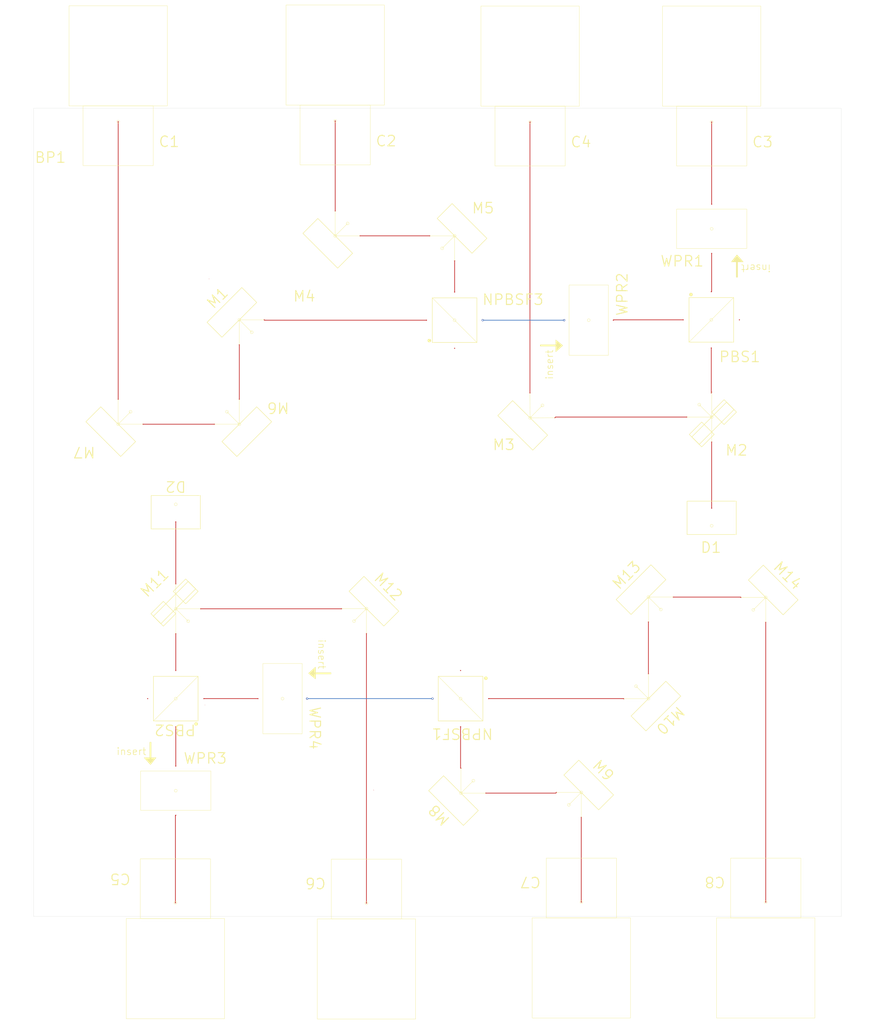
<source format=kicad_pcb>
(kicad_pcb (version 20240108) (generator "pcbnew") (generator_version "8.0")
  (layers (0 "F.Cu" signal) (31 "B.Cu" signal) (34 "B.Paste" user) (35 "F.Paste" user) (36 "B.SilkS" user "B.Silkscreen") (37 "F.SilkS" user "F.Silkscreen") (38 "B.Mask" user) (39 "F.Mask" user) (44 "Edge.Cuts" user))
  (net 0 "")
  (net 1 "Net-(C4-Out)")
  (net 3 "Net-(M1-In)")
  (net 4 "unconnected-(M1-Out-Pad2)")
  (net 5 "unconnected-(M5-Out-Pad2)")
  (net 7 "Net-(PBS1-V)")
  (net 8 "Net-(C1-Out)")
  (net 9 "Net-(C2-Out)")
  (net 10 "Net-(C3-Out)")
  (net 11 "Net-(D1-In)")
  (net 12 "Net-(M2-Out)")
  (net 13 "Net-(M2-In)")
  (net 14 "Net-(M4-In)")
  (net 15 "Net-(PBS1-In)")
  (net 16 "unconnected-(NPBSF3-In2-Pad4)")
  (net 17 "Net-(M6-Out)")
  (net 18 "Net-(C5-Out)")
  (net 19 "Net-(C6-Out)")
  (net 20 "Net-(C7-Out)")
  (net 21 "Net-(C8-Out)")
  (net 22 "Net-(D2-In)")
  (net 23 "Net-(M8-In)")
  (net 24 "unconnected-(M8-Out-Pad2)")
  (net 25 "unconnected-(M10-Out-Pad2)")
  (net 26 "Net-(M10-In)")
  (net 27 "Net-(M11-Out)")
  (net 28 "Net-(M11-In)")
  (net 29 "Net-(M13-Out)")
  (net 30 "unconnected-(NPBSF1-In2-Pad4)")
  (net 32 "Net-(PBS2-In)")
  (net 34 "Net-(PBS2-V)")
  (footprint "Optics:S&KCollimator_V1" (layer "F.Cu") (at 184.6125 273.2 90)
    (property "Reference" "C7" (at 5.7 -14.5 180) (layer "F.SilkS") (effects (font (size 3 3) (thickness 0.3))))
    (property "Value" "689nm 11/2 Out, 60SMS-1-4-A4.5S-02")
    (fp_circle (center 0 0) (end 0.4 0) (stroke (width 0.1)) (fill none) (layer "F.SilkS"))
    (fp_poly (pts (xy -4.5 10) (xy 12.5 10) (xy 12.5 -10) (xy -4.5 -10)) (stroke (width 0.1)) (fill none) (layer "F.SilkS"))
    (fp_poly (pts (xy -33 14) (xy -4.5 13.999999) (xy -4.5 -13.999999) (xy -33 -14)) (stroke (width 0.1)) (fill none) (layer "F.SilkS"))
    (pad "1" smd circle (at 0 0) (size 0.3 0.3) (layers "F.Cu" "F.Paste" "F.Mask") (net 20 "Net-(C7-Out)"))
  )
  (footprint "Optics:Mirror6mm" (layer "F.Cu") (at 184.583568 242 -135)
    (property "Reference" "M9" (at -8.8 0 -45) (layer "F.SilkS") (effects (font (size 3 3) (thickness 0.3))))
    (property "Value" "Mirror 6mm")
    (fp_line (start 0 0) (end 5 5) (stroke (width 0.1)) (layer "F.SilkS"))
    (fp_line (start 0 0) (end 5 0) (stroke (width 0.1)) (layer "F.SilkS"))
    (fp_line (start 0 0) (end 5 -5) (stroke (width 0.1)) (layer "F.SilkS"))
    (fp_circle (center 5 0) (end 5.400001 0) (stroke (width 0.1)) (fill none) (layer "F.SilkS"))
    (fp_circle (center 0 0) (end 0.4 0) (stroke (width 0.1)) (fill none) (layer "F.SilkS"))
    (fp_poly (pts (xy -6 -7) (xy 0 -6.999999) (xy 0 6.999999) (xy -6 7)) (stroke (width 0.15)) (fill none) (layer "F.SilkS"))
    (pad "1" smd circle (at 5 5 315) (size 0.3 0.3) (layers "F.Cu" "F.Paste" "F.Mask") (net 23 "Net-(M8-In)"))
    (pad "2" smd circle (at 5 -5 315) (size 0.3 0.3) (layers "F.Cu" "F.Paste" "F.Mask") (net 20 "Net-(C7-Out)"))
  )
  (footprint "Optics:S&KCollimator_V1" (layer "F.Cu") (at 170.0125 51.2 -90)
    (property "Reference" "C4" (at 5.7 -14.5 0) (layer "F.SilkS") (effects (font (size 3 3) (thickness 0.3))))
    (property "Value" "689nm 11/2 Out, 60SMS-1-4-A4.5S-02")
    (fp_circle (center 0 0) (end 0.4 0) (stroke (width 0.1)) (fill none) (layer "F.SilkS"))
    (fp_poly (pts (xy -33 14) (xy -4.5 13.999999) (xy -4.5 -13.999999) (xy -33 -14)) (stroke (width 0.1)) (fill none) (layer "F.SilkS"))
    (fp_poly (pts (xy -4.5 10) (xy 12.5 10) (xy 12.5 -10) (xy -4.5 -10)) (stroke (width 0.1)) (fill none) (layer "F.SilkS"))
    (pad "1" smd circle (at 0 0 180) (size 0.3 0.3) (layers "F.Cu" "F.Paste" "F.Mask") (net 1 "Net-(C4-Out)"))
  )
  (footprint "Optics:WaveplateRotateable" (layer "F.Cu") (at 221.7125 81.6)
    (property "Reference" "WPR1" (at -8.4 9.199999 0) (layer "F.SilkS") (effects (font (size 3 3) (thickness 0.3))))
    (property "Value" "L/2@689nm - Rotatable")
    (fp_rect (start -10 -5.6) (end 10 5.6) (stroke (width 0.1)) (fill none) (layer "F.SilkS"))
    (fp_circle (center 0 0) (end 0.4 0) (stroke (width 0.1)) (fill none) (layer "F.SilkS"))
    (fp_poly (pts (xy 7.4 13.8) (xy 7.4 9.4) (xy 9 9.4) (xy 7.2 7.4) (xy 5.6 9.4) (xy 7 9.4) (xy 7 13.8)) (stroke (width 0.1)) (fill solid) (layer "F.SilkS"))
    (fp_text user "insert" (at 17 10 180) (layer "F.SilkS") (effects (font (size 2 2) (thickness 0.2)) (justify left bottom)))
    (pad "1" smd circle (at 0 -7) (size 0.3 0.3) (layers "F.Cu" "F.Paste" "F.Mask") (net 10 "Net-(C3-Out)"))
    (pad "2" smd circle (at 0 7) (size 0.3 0.3) (layers "F.Cu" "F.Paste" "F.Mask") (net 15 "Net-(PBS1-In)"))
  )
  (footprint "Optics:Detector" (layer "F.Cu") (at 69.1125 160 180)
    (property "Reference" "D2" (at 0 5.05 180) (layer "F.SilkS") (effects (font (size 3 3) (thickness 0.3))))
    (property "Value" "Monitor")
    (fp_circle (center 0 0) (end -0.4 0) (stroke (width 0.1)) (fill none) (layer "F.SilkS"))
    (fp_poly (pts (xy 7 2.499999) (xy -7 2.499999) (xy -7 -7) (xy 7 -7)) (stroke (width 0.15)) (fill none) (layer "F.SilkS"))
    (pad "1" smd circle (at 0 -5) (size 0.3 0.3) (layers "F.Cu" "F.Paste" "F.Mask") (net 22 "Net-(D2-In)"))
  )
  (footprint "Optics:S&KCollimator_V1" (layer "F.Cu") (at 123.4125 273.5 90)
    (property "Reference" "C6" (at 5.7 -14.5 180) (layer "F.SilkS") (effects (font (size 3 3) (thickness 0.3))))
    (property "Value" "689nm 11/2 Out, 60SMS-1-4-A4.5S-02")
    (fp_circle (center 0 0) (end 0.4 0) (stroke (width 0.1)) (fill none) (layer "F.SilkS"))
    (fp_poly (pts (xy -4.5 10) (xy 12.5 10) (xy 12.5 -10) (xy -4.5 -10)) (stroke (width 0.1)) (fill none) (layer "F.SilkS"))
    (fp_poly (pts (xy -33 14) (xy -4.5 13.999999) (xy -4.5 -13.999999) (xy -33 -14)) (stroke (width 0.1)) (fill none) (layer "F.SilkS"))
    (pad "1" smd circle (at 0 0) (size 0.3 0.3) (layers "F.Cu" "F.Paste" "F.Mask") (net 19 "Net-(C6-Out)"))
  )
  (footprint "Optics:Mirror6mm" (layer "F.Cu") (at 170.0125 135.4 45.376)
    (property "Reference" "M3" (at -10.713133 0.035763 0.376) (layer "F.SilkS") (effects (font (size 3 3) (thickness 0.3))))
    (property "Value" "Mirror 6mm")
    (fp_line (start 0 0) (end 5 -5) (stroke (width 0.1)) (layer "F.SilkS"))
    (fp_line (start 0 0) (end 5 0) (stroke (width 0.1)) (layer "F.SilkS"))
    (fp_line (start 0 0) (end 5 5) (stroke (width 0.1)) (layer "F.SilkS"))
    (fp_circle (center 0 0) (end 0.4 -0.000001) (stroke (width 0.1)) (fill none) (layer "F.SilkS"))
    (fp_circle (center 5 0) (end 5.4 0) (stroke (width 0.1)) (fill none) (layer "F.SilkS"))
    (fp_poly (pts (xy -6 -7.000001) (xy 0 -7) (xy 0 7) (xy -6 7)) (stroke (width 0.15)) (fill none) (layer "F.SilkS"))
    (pad "1" smd circle (at 5 5 135.376) (size 0.3 0.3) (layers "F.Cu" "F.Paste" "F.Mask") (net 12 "Net-(M2-Out)"))
    (pad "2" smd circle (at 5 -5 135.376) (size 0.3 0.3) (layers "F.Cu" "F.Paste" "F.Mask") (net 1 "Net-(C4-Out)"))
  )
  (footprint "Optics:Detector" (layer "F.Cu") (at 221.7125 166.1)
    (property "Reference" "D1" (at -0.2 6.2 0) (layer "F.SilkS") (effects (font (size 3 3) (thickness 0.3))))
    (property "Value" "Monitor")
    (fp_rect (start 7 2.5) (end -7 -7) (stroke (width 0.15)) (fill none) (layer "F.SilkS"))
    (fp_circle (center 0 0) (end -0.4 0) (stroke (width 0.1)) (fill none) (layer "F.SilkS"))
    (pad "1" smd circle (at 0 -5 180) (size 0.3 0.3) (layers "F.Cu" "F.Paste" "F.Mask") (net 11 "Net-(D1-In)"))
  )
  (footprint "Optics:Mirror6mm" (layer "F.Cu") (at 52.7125 137.2 45)
    (property "Reference" "M7" (at -12.480435 -1.202082 180) (layer "F.SilkS") (effects (font (size 3 3) (thickness 0.3))))
    (property "Value" "Mirror 6mm")
    (fp_line (start 0 0) (end 5 -5) (stroke (width 0.1)) (layer "F.SilkS"))
    (fp_line (start 0 0) (end 5 0) (stroke (width 0.1)) (layer "F.SilkS"))
    (fp_line (start 0 0) (end 5 5) (stroke (width 0.1)) (layer "F.SilkS"))
    (fp_circle (center 0 0) (end 0.4 0) (stroke (width 0.1)) (fill none) (layer "F.SilkS"))
    (fp_circle (center 5 0) (end 5.400001 0) (stroke (width 0.1)) (fill none) (layer "F.SilkS"))
    (fp_poly (pts (xy -6 -7) (xy 0 -6.999999) (xy 0 6.999999) (xy -6 7)) (stroke (width 0.15)) (fill none) (layer "F.SilkS"))
    (pad "1" smd circle (at 5 5 135) (size 0.3 0.3) (layers "F.Cu" "F.Paste" "F.Mask") (net 17 "Net-(M6-Out)"))
    (pad "2" smd circle (at 5 -5 135) (size 0.3 0.3) (layers "F.Cu" "F.Paste" "F.Mask") (net 8 "Net-(C1-Out)"))
  )
  (footprint "Optics:Baseplate230mm" (layer "F.Cu") (at 28.6125 47.3)
    (property "Reference" "BP1" (at 4.8 14 0) (layer "F.SilkS") (effects (font (size 3 3) (thickness 0.3))))
    (property "Value" "230mm")
    (fp_rect (start 0 0) (end 230 230) (stroke (width 0.05)) (fill none) (layer "Edge.Cuts"))
  )
  (footprint "Optics:Mirror6mm" (layer "F.Cu") (at 203.7125 186.4 -45)
    (property "Reference" "M13" (at -8.8 0 45) (layer "F.SilkS") (effects (font (size 3 3) (thickness 0.3))))
    (property "Value" "Mirror 6mm")
    (fp_line (start 0 0) (end 5 5) (stroke (width 0.1)) (layer "F.SilkS"))
    (fp_line (start 0 0) (end 5 0) (stroke (width 0.1)) (layer "F.SilkS"))
    (fp_line (start 0 0) (end 5 -5) (stroke (width 0.1)) (layer "F.SilkS"))
    (fp_circle (center 0 0) (end 0.4 0) (stroke (width 0.1)) (fill none) (layer "F.SilkS"))
    (fp_circle (center 5 0) (end 5.400001 0) (stroke (width 0.1)) (fill none) (layer "F.SilkS"))
    (fp_poly (pts (xy -6 -7) (xy 0 -6.999999) (xy 0 6.999999) (xy -6 7)) (stroke (width 0.15)) (fill none) (layer "F.SilkS"))
    (pad "1" smd circle (at 5 5 45) (size 0.3 0.3) (layers "F.Cu" "F.Paste" "F.Mask") (net 26 "Net-(M10-In)"))
    (pad "2" smd circle (at 5 -5 45) (size 0.3 0.3) (layers "F.Cu" "F.Paste" "F.Mask") (net 29 "Net-(M13-Out)"))
  )
  (footprint "Optics:PBS" (layer "F.Cu") (at 221.6125 107.5 -90)
    (property "Reference" "PBS1" (at 10.525 -8.1 0) (layer "F.SilkS") (effects (font (size 3 3) (thickness 0.3))))
    (property "Value" "PBSCasix689nm")
    (fp_line (start -6.35 -6.35) (end 6.35 6.35) (stroke (width 0.1)) (layer "F.SilkS"))
    (fp_rect (start -6.35 -6.35) (end 6.35 6.35) (stroke (width 0.15)) (fill none) (layer "F.SilkS"))
    (fp_circle (center -7.2 5.8) (end -6.8 6) (stroke (width 0.1)) (fill solid) (layer "F.SilkS"))
    (fp_circle (center 0 0) (end 0.4 0) (stroke (width 0.1)) (fill none) (layer "F.SilkS"))
    (pad "1" smd circle (at -8 0 270) (size 0.3 0.3) (layers "F.Cu" "F.Paste" "F.Mask") (net 15 "Net-(PBS1-In)"))
    (pad "2" smd circle (at 8 0 270) (size 0.3 0.3) (layers "F.Cu" "F.Paste" "F.Mask") (net 13 "Net-(M2-In)"))
    (pad "3" smd circle (at 0 8 270) (size 0.3 0.3) (layers "F.Cu" "F.Paste" "F.Mask") (net 7 "Net-(PBS1-V)"))
    (pad "4" smd circle (at 0 -8 270) (size 0.3 0.3) (layers "F.Cu" "F.Paste" "F.Mask"))
  )
  (footprint "Optics:S&KCollimator_V1" (layer "F.Cu") (at 52.7125 51.1 -90)
    (property "Reference" "C1" (at 5.7 -14.5 0) (layer "F.SilkS") (effects (font (size 3 3) (thickness 0.3))))
    (property "Value" "689nm 9/2 Out, 60SMS-1-4-A4.5S-02")
    (fp_rect (start -33 14) (end -4.5 -14) (stroke (width 0.1)) (fill none) (layer "F.SilkS"))
    (fp_rect (start -4.5 10) (end 12.5 -10) (stroke (width 0.1)) (fill none) (layer "F.SilkS"))
    (fp_circle (center 0 0) (end 0.4 0) (stroke (width 0.1)) (fill none) (layer "F.SilkS"))
    (pad "1" smd circle (at 0 0 180) (size 0.3 0.3) (layers "F.Cu" "F.Paste" "F.Mask") (net 8 "Net-(C1-Out)"))
  )
  (footprint "Optics:Mirror6mm" (layer "F.Cu") (at 148.5125 83.6 -135)
    (property "Reference" "M5" (at -11.313708 -0.141421 0) (layer "F.SilkS") (effects (font (size 3 3) (thickness 0.3))))
    (property "Value" "Mirror 6mm")
    (fp_line (start 0 0) (end 5 5) (stroke (width 0.1)) (layer "F.SilkS"))
    (fp_line (start 0 0) (end 5 0) (stroke (width 0.1)) (layer "F.SilkS"))
    (fp_line (start 0 0) (end 5 -5) (stroke (width 0.1)) (layer "F.SilkS"))
    (fp_circle (center 5 0) (end 5.400001 0) (stroke (width 0.1)) (fill none) (layer "F.SilkS"))
    (fp_circle (center 0 0) (end 0.4 0) (stroke (width 0.1)) (fill none) (layer "F.SilkS"))
    (fp_poly (pts (xy -6 -7) (xy 0 -6.999999) (xy 0 6.999999) (xy -6 7)) (stroke (width 0.15)) (fill none) (layer "F.SilkS"))
    (pad "1" smd circle (at 5 5 315) (size 0.3 0.3) (layers "F.Cu" "F.Paste" "F.Mask") (net 14 "Net-(M4-In)"))
    (pad "2" smd circle (at 5 -5 315) (size 0.3 0.3) (layers "F.Cu" "F.Paste" "F.Mask") (net 5 "unconnected-(M5-Out-Pad2)"))
  )
  (footprint "Optics:S&KCollimator_V1" (layer "F.Cu") (at 69.0125 273.4 90)
    (property "Reference" "C5" (at 6.8 -15.7 180) (layer "F.SilkS") (effects (font (size 3 3) (thickness 0.3))))
    (property "Value" "689nm Source, 60SMS-1-4-M5-10")
    (fp_circle (center 0 0) (end 0.4 0) (stroke (width 0.1)) (fill none) (layer "F.SilkS"))
    (fp_poly (pts (xy -4.5 10) (xy 12.5 10) (xy 12.5 -10) (xy -4.5 -10)) (stroke (width 0.1)) (fill none) (layer "F.SilkS"))
    (fp_poly (pts (xy -33 14) (xy -4.5 13.999999) (xy -4.5 -13.999999) (xy -33 -14)) (stroke (width 0.1)) (fill none) (layer "F.SilkS"))
    (pad "1" smd circle (at 0 0) (size 0.3 0.3) (layers "F.Cu" "F.Paste" "F.Mask") (net 18 "Net-(C5-Out)"))
  )
  (footprint "Optics:PBS_Flipped" (layer "F.Cu") (at 148.5125 107.6 -90)
    (property "Reference" "NPBSF3" (at -5.85 -16.625 0) (layer "F.SilkS") (effects (font (size 3 3) (thickness 0.3))))
    (property "Value" "NPBS-70:30-Flipped")
    (fp_line (start -6.35 6.35) (end 6.35 -6.35) (stroke (width 0.1)) (layer "F.SilkS"))
    (fp_rect (start -6.35 6.35) (end 6.35 -6.35) (stroke (width 0.15)) (fill none) (layer "F.SilkS"))
    (fp_circle (center 5.8 7.2) (end 6 6.8) (stroke (width 0.1)) (fill solid) (layer "F.SilkS"))
    (fp_circle (center 0 0) (end 0 -0.4) (stroke (width 0.1)) (fill none) (layer "F.SilkS"))
    (pad "1" smd circle (at 8 0 90) (size 0.3 0.3) (layers "F.Cu" "F.Paste" "F.Mask"))
    (pad "2" smd circle (at -8 0 90) (size 0.3 0.3) (layers "F.Cu" "F.Paste" "F.Mask") (net 5 "unconnected-(M5-Out-Pad2)"))
    (pad "3" smd circle (at 0 8 270) (size 0.3 0.3) (layers "F.Cu" "F.Paste" "F.Mask") (net 4 "unconnected-(M1-Out-Pad2)"))
    (pad "4" smd circle (at 0 -8 270) (size 0.3 0.3) (layers "F.Cu" "F.Paste" "F.Mask") (net 16 "unconnected-(NPBSF3-In2-Pad4)"))
  )
  (footprint "Optics:Mirror6mm" (layer "F.Cu") (at 203.7125 215.3 135)
    (property "Reference" "M10" (at -8.8 0 -135) (layer "F.SilkS") (effects (font (size 3 3) (thickness 0.3))))
    (property "Value" "Mirror 6mm")
    (fp_line (start 0 0) (end 5 -5) (stroke (width 0.1)) (layer "F.SilkS"))
    (fp_line (start 0 0) (end 5 0) (stroke (width 0.1)) (layer "F.SilkS"))
    (fp_line (start 0 0) (end 5 5) (stroke (width 0.1)) (layer "F.SilkS"))
    (fp_circle (center 5 0) (end 5.400001 0) (stroke (width 0.1)) (fill none) (layer "F.SilkS"))
    (fp_circle (center 0 0) (end 0.4 0) (stroke (width 0.1)) (fill none) (layer "F.SilkS"))
    (fp_poly (pts (xy -6 -7) (xy 0 -6.999999) (xy 0 6.999999) (xy -6 7)) (stroke (width 0.15)) (fill none) (layer "F.SilkS"))
    (pad "1" smd circle (at 5 5 225) (size 0.3 0.3) (layers "F.Cu" "F.Paste" "F.Mask") (net 26 "Net-(M10-In)"))
    (pad "2" smd circle (at 5 -5 225) (size 0.3 0.3) (layers "F.Cu" "F.Paste" "F.Mask") (net 25 "unconnected-(M10-Out-Pad2)"))
  )
  (footprint "Optics:S&KCollimator_V1" (layer "F.Cu") (at 237.1125 273.2 90)
    (property "Reference" "C8" (at 5.7 -14.5 180) (layer "F.SilkS") (effects (font (size 3 3) (thickness 0.3))))
    (property "Value" "689nm 9/2 Out, 60SMS-1-4-A4.5S-02")
    (fp_circle (center 0 0) (end 0.4 0) (stroke (width 0.1)) (fill none) (layer "F.SilkS"))
    (fp_poly (pts (xy -4.5 10) (xy 12.5 10) (xy 12.5 -10) (xy -4.5 -10)) (stroke (width 0.1)) (fill none) (layer "F.SilkS"))
    (fp_poly (pts (xy -33 14) (xy -4.5 13.999999) (xy -4.5 -13.999999) (xy -33 -14)) (stroke (width 0.1)) (fill none) (layer "F.SilkS"))
    (pad "1" smd circle (at 0 0) (size 0.3 0.3) (layers "F.Cu" "F.Paste" "F.Mask") (net 21 "Net-(C8-Out)"))
  )
  (footprint "Optics:Mirror6mm" (layer "F.Cu") (at 123.4125 189.7 -135)
    (property "Reference" "M12" (at -8.8 0 -45) (layer "F.SilkS") (effects (font (size 3 3) (thickness 0.3))))
    (property "Value" "Mirror 6mm")
    (fp_line (start 0 0) (end 5 5) (stroke (width 0.1)) (layer "F.SilkS"))
    (fp_line (start 0 0) (end 5 0) (stroke (width 0.1)) (layer "F.SilkS"))
    (fp_line (start 0 0) (end 5 -5) (stroke (width 0.1)) (layer "F.SilkS"))
    (fp_circle (center 5 0) (end 5.400001 0) (stroke (width 0.1)) (fill none) (layer "F.SilkS"))
    (fp_circle (center 0 0) (end 0.4 0) (stroke (width 0.1)) (fill none) (layer "F.SilkS"))
    (fp_poly (pts (xy -6 -7) (xy 0 -6.999999) (xy 0 6.999999) (xy -6 7)) (stroke (width 0.15)) (fill none) (layer "F.SilkS"))
    (pad "1" smd circle (at 5 5 315) (size 0.3 0.3) (layers "F.Cu" "F.Paste" "F.Mask") (net 27 "Net-(M11-Out)"))
    (pad "2" smd circle (at 5 -5 315) (size 0.3 0.3) (layers "F.Cu" "F.Paste" "F.Mask") (net 19 "Net-(C6-Out)"))
  )
  (footprint "Optics:PBS" (layer "F.Cu") (at 69.1125 215.3 90)
    (property "Reference" "PBS2" (at -8.9 -0.2 180) (layer "F.SilkS") (effects (font (size 3 3) (thickness 0.3))))
    (property "Value" "PBSCasix689nm")
    (fp_line (start -6.35 -6.35) (end 6.35 6.35) (stroke (width 0.1)) (layer "F.SilkS"))
    (fp_circle (center 0 0) (end 0.4 0) (stroke (width 0.1)) (fill none) (layer "F.SilkS"))
    (fp_circle (center -7.2 5.8) (end -6.8 6) (stroke (width 0.1)) (fill solid) (layer "F.SilkS"))
    (fp_poly (pts (xy -6.35 -6.35) (xy 6.35 -6.35) (xy 6.35 6.35) (xy -6.35 6.35)) (stroke (width 0.15)) (fill none) (layer "F.SilkS"))
    (pad "1" smd circle (at -8 0 90) (size 0.3 0.3) (layers "F.Cu" "F.Paste" "F.Mask") (net 32 "Net-(PBS2-In)"))
    (pad "2" smd circle (at 8 0 90) (size 0.3 0.3) (layers "F.Cu" "F.Paste" "F.Mask") (net 28 "Net-(M11-In)"))
    (pad "3" smd circle (at 0 8 90) (size 0.3 0.3) (layers "F.Cu" "F.Paste" "F.Mask") (net 34 "Net-(PBS2-V)"))
    (pad "4" smd circle (at 0 -8 90) (size 0.3 0.3) (layers "F.Cu" "F.Paste" "F.Mask"))
  )
  (footprint "Optics:S&KCollimator_V1" (layer "F.Cu") (at 221.7125 51.2 -90)
    (property "Reference" "C3" (at 5.7 -14.5 0) (layer "F.SilkS") (effects (font (size 3 3) (thickness 0.3))))
    (property "Value" "689nm Source, 60SMS-1-4-M5-10")
    (fp_rect (start -33 14) (end -4.5 -14) (stroke (width 0.1)) (fill none) (layer "F.SilkS"))
    (fp_rect (start -4.5 10) (end 12.5 -10) (stroke (width 0.1)) (fill none) (layer "F.SilkS"))
    (fp_circle (center 0 0) (end 0.4 0) (stroke (width 0.1)) (fill none) (layer "F.SilkS"))
    (pad "1" smd circle (at 0 0 180) (size 0.3 0.3) (layers "F.Cu" "F.Paste" "F.Mask") (net 10 "Net-(C3-Out)"))
  )
  (footprint "Optics:WaveplateRotateable" (layer "F.Cu") (at 69.1125 241.5 180)
    (property "Reference" "WPR3" (at -8.4 9.199999 0) (layer "F.SilkS") (effects (font (size 3 3) (thickness 0.3))))
    (property "Value" "L/2@689nm - Rotatable")
    (fp_circle (center 0 0) (end 0.4 0) (stroke (width 0.1)) (fill none) (layer "F.SilkS"))
    (fp_poly (pts (xy -10 -5.6) (xy 10 -5.6) (xy 10 5.6) (xy -10 5.6)) (stroke (width 0.1)) (fill none) (layer "F.SilkS"))
    (fp_poly (pts (xy 7.4 13.8) (xy 7.4 9.4) (xy 9 9.4) (xy 7.2 7.4) (xy 5.6 9.4) (xy 7 9.4) (xy 7 13.8)) (stroke (width 0.1)) (fill solid) (layer "F.SilkS"))
    (fp_text user "insert" (at 17 10 0) (layer "F.SilkS") (effects (font (size 2 2) (thickness 0.2)) (justify left bottom)))
    (pad "1" smd circle (at 0 -6.999999 180) (size 0.3 0.3) (layers "F.Cu" "F.Paste" "F.Mask") (net 18 "Net-(C5-Out)"))
    (pad "2" smd circle (at 0 6.999999 180) (size 0.3 0.3) (layers "F.Cu" "F.Paste" "F.Mask") (net 32 "Net-(PBS2-In)"))
  )
  (footprint "Optics:PBS_Flipped" (layer "F.Cu") (at 150.2125 215.3 90)
    (property "Reference" "NPBSF1" (at -10 0.5 180) (layer "F.SilkS") (effects (font (size 3 3) (thickness 0.3))))
    (property "Value" "NPBS-70:30-Flipped")
    (fp_line (start -6.35 6.35) (end 6.35 -6.35) (stroke (width 0.1)) (layer "F.SilkS"))
    (fp_circle (center 0 0) (end 0 -0.4) (stroke (width 0.1)) (fill none) (layer "F.SilkS"))
    (fp_circle (center 5.8 7.2) (end 6 6.8) (stroke (width 0.1)) (fill solid) (layer "F.SilkS"))
    (fp_poly (pts (xy -6.35 6.35) (xy 6.35 6.35) (xy 6.35 -6.35) (xy -6.35 -6.35)) (stroke (width 0.15)) (fill none) (layer "F.SilkS"))
    (pad "1" smd circle (at 8 0 270) (size 0.3 0.3) (layers "F.Cu" "F.Paste" "F.Mask"))
    (pad "2" smd circle (at -8 0 270) (size 0.3 0.3) (layers "F.Cu" "F.Paste" "F.Mask") (net 24 "unconnected-(M8-Out-Pad2)"))
    (pad "3" smd circle (at 0 8 90) (size 0.3 0.3) (layers "F.Cu" "F.Paste" "F.Mask") (net 25 "unconnected-(M10-Out-Pad2)"))
    (pad "4" smd circle (at 0 -8 90) (size 0.3 0.3) (layers "F.Cu" "F.Paste" "F.Mask") (net 30 "unconnected-(NPBSF1-In2-Pad4)"))
  )
  (footprint "Optics:Mirror6mm" (layer "F.Cu") (at 114.5125 83.6 45)
    (property "Reference" "M4" (at -18.384776 5.939697 0) (layer "F.SilkS") (effects (font (size 3 3) (thickness 0.3))))
    (property "Value" "Mirror 6mm")
    (fp_line (start 0 0) (end 5 -5) (stroke (width 0.1)) (layer "F.SilkS"))
    (fp_line (start 0 0) (end 5 0) (stroke (width 0.1)) (layer "F.SilkS"))
    (fp_line (start 0 0) (end 5 5) (stroke (width 0.1)) (layer "F.SilkS"))
    (fp_circle (center 0 0) (end 0.4 0) (stroke (width 0.1)) (fill none) (layer "F.SilkS"))
    (fp_circle (center 5 0) (end 5.400001 0) (stroke (width 0.1)) (fill none) (layer "F.SilkS"))
    (fp_poly (pts (xy -6 -7) (xy 0 -6.999999) (xy 0 6.999999) (xy -6 7)) (stroke (width 0.15)) (fill none) (layer "F.SilkS"))
    (pad "1" smd circle (at 5 5 135) (size 0.3 0.3) (layers "F.Cu" "F.Paste" "F.Mask") (net 14 "Net-(M4-In)"))
    (pad "2" smd circle (at 5 -5 135) (size 0.3 0.3) (layers "F.Cu" "F.Paste" "F.Mask") (net 9 "Net-(C2-Out)"))
  )
  (footprint "Optics:WaveplateRotateable" (layer "F.Cu") (at 186.7125 107.6 -90)
    (property "Reference" "WPR2" (at -7.4 -9.525 90) (layer "F.SilkS") (effects (font (size 3 3) (thickness 0.3))))
    (property "Value" "L/2@689nm - Rotatable")
    (fp_circle (center 0 0) (end 0.4 0) (stroke (width 0.1)) (fill none) (layer "F.SilkS"))
    (fp_poly (pts (xy -10 -5.6) (xy -10 5.6) (xy 10 5.6) (xy 10 -5.6)) (stroke (width 0.1)) (fill none) (layer "F.SilkS"))
    (fp_poly (pts (xy 7.4 13.8) (xy 7.4 9.4) (xy 9 9.4) (xy 7.2 7.4) (xy 5.6 9.4) (xy 7 9.4) (xy 7 13.8)) (stroke (width 0.1)) (fill solid) (layer "F.SilkS"))
    (fp_text user "insert" (at 17 10 90) (layer "F.SilkS") (effects (font (size 2 2) (thickness 0.2)) (justify left bottom)))
    (pad "1" smd circle (at 0 -6.999999 270) (size 0.3 0.3) (layers "F.Cu" "F.Paste" "F.Mask") (net 7 "Net-(PBS1-V)"))
    (pad "2" smd circle (at 0 6.999999 270) (size 0.3 0.3) (layers "F.Cu" "F.Paste" "F.Mask") (net 16 "unconnected-(NPBSF3-In2-Pad4)"))
  )
  (footprint "Optics:Mirror3mmRight" (layer "F.Cu") (at 221.7125 135.171068 135)
    (property "Reference" "M2" (at -11.68494 -1.679379 0) (layer "F.SilkS") (effects (font (size 3 3) (thickness 0.3))))
    (property "Value" "Mirror 3mm Polished")
    (fp_line (start 0 0) (end 5 -5) (stroke (width 0.1)) (layer "F.SilkS"))
    (fp_line (start 0 0) (end 5 0) (stroke (width 0.1)) (layer "F.SilkS"))
    (fp_line (start 0 0) (end 5 5) (stroke (width 0.1)) (layer "F.SilkS"))
    (fp_line (start 0 0) (end -5 -5) (stroke (width 0.1)) (layer "F.SilkS"))
    (fp_circle (center 5 0) (end 5.400001 0) (stroke (width 0.1)) (fill none) (layer "F.SilkS"))
    (fp_circle (center 0 0) (end 0.4 0) (stroke (width 0.1)) (fill none) (layer "F.SilkS"))
    (fp_poly (pts (xy -3 -8) (xy 0 -8) (xy 0 6) (xy -3 6)) (stroke (width 0.15)) (fill none) (layer "F.SilkS"))
    (fp_poly (pts (xy -4 -8) (xy 1 -8) (xy 1 -3) (xy -4 -3)) (stroke (width 0.15)) (fill none) (layer "F.SilkS"))
    (fp_poly (pts (xy -4 1) (xy 1 1) (xy 1 6) (xy -4 6)) (stroke (width 0.15)) (fill none) (layer "F.SilkS"))
    (pad "1" smd circle (at 5 5 225) (size 0.3 0.3) (layers "F.Cu" "F.Paste" "F.Mask") (net 13 "Net-(M2-In)"))
    (pad "2" smd circle (at 5 -5 225) (size 0.3 0.3) (layers "F.Cu" "F.Paste" "F.Mask") (net 12 "Net-(M2-Out)"))
    (pad "3" smd circle (at -5 -5 225) (size 0.3 0.3) (layers "F.Cu" "F.Paste" "F.Mask") (net 11 "Net-(D1-In)"))
  )
  (footprint "Optics:Mirror3mmRight" (layer "F.Cu") (at 69.1125 189.728932 -45)
    (property "Reference" "M11" (at -9.426346 -0.92929 45) (layer "F.SilkS") (effects (font (size 3 3) (thickness 0.3))))
    (property "Value" "Mirror 3mm Polished")
    (fp_line (start 0 0) (end -5 -5) (stroke (width 0.1)) (layer "F.SilkS"))
    (fp_line (start 0 0) (end 5 5) (stroke (width 0.1)) (layer "F.SilkS"))
    (fp_line (start 0 0) (end 5 0) (stroke (width 0.1)) (layer "F.SilkS"))
    (fp_line (start 0 0) (end 5 -5) (stroke (width 0.1)) (layer "F.SilkS"))
    (fp_circle (center 0 0) (end 0.4 0) (stroke (width 0.1)) (fill none) (layer "F.SilkS"))
    (fp_circle (center 5 0) (end 5.400001 0) (stroke (width 0.1)) (fill none) (layer "F.SilkS"))
    (fp_poly (pts (xy -4 1) (xy 1 1) (xy 1 6) (xy -4 6)) (stroke (width 0.15)) (fill none) (layer "F.SilkS"))
    (fp_poly (pts (xy -4 -8) (xy 1 -8) (xy 1 -3) (xy -4 -3)) (stroke (width 0.15)) (fill none) (layer "F.SilkS"))
    (fp_poly (pts (xy -3 -8) (xy 0 -8) (xy 0 6) (xy -3 6)) (stroke (width 0.15)) (fill none) (layer "F.SilkS"))
    (pad "1" smd circle (at 5 5 45) (size 0.3 0.3) (layers "F.Cu" "F.Paste" "F.Mask") (net 28 "Net-(M11-In)"))
    (pad "2" smd circle (at 5 -5 45) (size 0.3 0.3) (layers "F.Cu" "F.Paste" "F.Mask") (net 27 "Net-(M11-Out)"))
    (pad "3" smd circle (at -5 -5 45) (size 0.3 0.3) (layers "F.Cu" "F.Paste" "F.Mask") (net 22 "Net-(D2-In)"))
  )
  (footprint "Optics:WaveplateRotateable" (layer "F.Cu") (at 99.5125 215.3 90)
    (property "Reference" "WPR4" (at -8.4 9.199999 -90) (layer "F.SilkS") (effects (font (size 3 3) (thickness 0.3))))
    (property "Value" "L/2@689nm - Rotatable")
    (fp_circle (center 0 0) (end 0.4 0) (stroke (width 0.1)) (fill none) (layer "F.SilkS"))
    (fp_poly (pts (xy -10 -5.6) (xy 10 -5.6) (xy 10 5.6) (xy -10 5.6)) (stroke (width 0.1)) (fill none) (layer "F.SilkS"))
    (fp_poly (pts (xy 7.4 13.8) (xy 7.4 9.4) (xy 9 9.4) (xy 7.2 7.4) (xy 5.6 9.4) (xy 7 9.4) (xy 7 13.8)) (stroke (width 0.1)) (fill solid) (layer "F.SilkS"))
    (fp_text user "insert" (at 17 10 -90) (layer "F.SilkS") (effects (font (size 2 2) (thickness 0.2)) (justify left bottom)))
    (pad "1" smd circle (at 0 -6.999999 90) (size 0.3 0.3) (layers "F.Cu" "F.Paste" "F.Mask") (net 34 "Net-(PBS2-V)"))
    (pad "2" smd circle (at 0 6.999999 90) (size 0.3 0.3) (layers "F.Cu" "F.Paste" "F.Mask") (net 30 "unconnected-(NPBSF1-In2-Pad4)"))
  )
  (footprint "Optics:Mirror6mm" (layer "F.Cu") (at 87.2125 137.2 135)
    (property "Reference" "M6" (at -4.507806 11.119254 180) (layer "F.SilkS") (effects (font (size 3 3) (thickness 0.3))))
    (property "Value" "Mirror 6mm")
    (fp_line (start 0 0) (end 5 -5) (stroke (width 0.1)) (layer "F.SilkS"))
    (fp_line (start 0 0) (end 5 0) (stroke (width 0.1)) (layer "F.SilkS"))
    (fp_line (start 0 0) (end 5 5) (stroke (width 0.1)) (layer "F.SilkS"))
    (fp_circle (center 5 0) (end 5.400001 0) (stroke (width 0.1)) (fill none) (layer "F.SilkS"))
    (fp_circle (center 0 0) (end 0.4 0) (stroke (width 0.1)) (fill none) (layer "F.SilkS"))
    (fp_poly (pts (xy -6 -7) (xy 0 -6.999999) (xy 0 6.999999) (xy -6 7)) (stroke (width 0.15)) (fill none) (layer "F.SilkS"))
    (pad "1" smd circle (at 5 5 225) (size 0.3 0.3) (layers "F.Cu" "F.Paste" "F.Mask") (net 3 "Net-(M1-In)"))
    (pad "2" smd circle (at 5 -5 225) (size 0.3 0.3) (layers "F.Cu" "F.Paste" "F.Mask") (net 17 "Net-(M6-Out)"))
  )
  (footprint "Optics:Mirror6mm" (layer "F.Cu") (at 87.2125 107.5 -45)
    (property "Reference" "M1" (at -8.8 0 45) (layer "F.SilkS") (effects (font (size 3 3) (thickness 0.3))))
    (property "Value" "Mirror 6mm")
    (fp_line (start 0 0) (end 5 5) (stroke (width 0.1)) (layer "F.SilkS"))
    (fp_line (start 0 0) (end 5 0) (stroke (width 0.1)) (layer "F.SilkS"))
    (fp_line (start 0 0) (end 5 -5) (stroke (width 0.1)) (layer "F.SilkS"))
    (fp_circle (center 0 0) (end 0.4 0) (stroke (width 0.1)) (fill none) (layer "F.SilkS"))
    (fp_circle (center 5 0) (end 5.400001 0) (stroke (width 0.1)) (fill none) (layer "F.SilkS"))
    (fp_poly (pts (xy -6 -7) (xy 0 -6.999999) (xy 0 6.999999) (xy -6 7)) (stroke (width 0.15)) (fill none) (layer "F.SilkS"))
    (pad "1" smd circle (at 5 5 45) (size 0.3 0.3) (layers "F.Cu" "F.Paste" "F.Mask") (net 3 "Net-(M1-In)"))
    (pad "2" smd circle (at 5 -5 45) (size 0.3 0.3) (layers "F.Cu" "F.Paste" "F.Mask") (net 4 "unconnected-(M1-Out-Pad2)"))
  )
  (footprint "Optics:Mirror6mm" (layer "F.Cu") (at 237.1125 186.5 -135)
    (property "Reference" "M14" (at -8.8 0 -45) (layer "F.SilkS") (effects (font (size 3 3) (thickness 0.3))))
    (property "Value" "Mirror 6mm")
    (fp_line (start 0 0) (end 5 5) (stroke (width 0.1)) (layer "F.SilkS"))
    (fp_line (start 0 0) (end 5 0) (stroke (width 0.1)) (layer "F.SilkS"))
    (fp_line (start 0 0) (end 5 -5) (stroke (width 0.1)) (layer "F.SilkS"))
    (fp_circle (center 5 0) (end 5.400001 0) (stroke (width 0.1)) (fill none) (layer "F.SilkS"))
    (fp_circle (center 0 0) (end 0.4 0) (stroke (width 0.1)) (fill none) (layer "F.SilkS"))
    (fp_poly (pts (xy -6 -7) (xy 0 -6.999999) (xy 0 6.999999) (xy -6 7)) (stroke (width 0.15)) (fill none) (layer "F.SilkS"))
    (pad "1" smd circle (at 5 5 315) (size 0.3 0.3) (layers "F.Cu" "F.Paste" "F.Mask") (net 29 "Net-(M13-Out)"))
    (pad "2" smd circle (at 5 -5 315) (size 0.3 0.3) (layers "F.Cu" "F.Paste" "F.Mask") (net 21 "Net-(C8-Out)"))
  )
  (footprint "Optics:Mirror6mm" (layer "F.Cu") (at 150.3125 242.2 45)
    (property "Reference" "M8" (at -8.8 0 135) (layer "F.SilkS") (effects (font (size 3 3) (thickness 0.3))))
    (property "Value" "Mirror 6mm")
    (fp_line (start 0 0) (end 5 -5) (stroke (width 0.1)) (layer "F.SilkS"))
    (fp_line (start 0 0) (end 5 0) (stroke (width 0.1)) (layer "F.SilkS"))
    (fp_line (start 0 0) (end 5 5) (stroke (width 0.1)) (layer "F.SilkS"))
    (fp_circle (center 0 0) (end 0.4 0) (stroke (width 0.1)) (fill none) (layer "F.SilkS"))
    (fp_circle (center 5 0) (end 5.400001 0) (stroke (width 0.1)) (fill none) (layer "F.SilkS"))
    (fp_poly (pts (xy -6 -7) (xy 0 -6.999999) (xy 0 6.999999) (xy -6 7)) (stroke (width 0.15)) (fill none) (layer "F.SilkS"))
    (pad "1" smd circle (at 5 5 135) (size 0.3 0.3) (layers "F.Cu" "F.Paste" "F.Mask") (net 23 "Net-(M8-In)"))
    (pad "2" smd circle (at 5 -5 135) (size 0.3 0.3) (layers "F.Cu" "F.Paste" "F.Mask") (net 24 "unconnected-(M8-Out-Pad2)"))
  )
  (footprint "Optics:S&KCollimator_V1" (layer "F.Cu") (at 114.5125 50.9 -90)
    (property "Reference" "C2" (at 5.7 -14.5 0) (layer "F.SilkS") (effects (font (size 3 3) (thickness 0.3))))
    (property "Value" "689nm 11/2 Out, 60SMS-1-4-A4.5S-02")
    (fp_rect (start -33 14) (end -4.5 -14) (stroke (width 0.1)) (fill none) (layer "F.SilkS"))
    (fp_rect (start -4.5 10) (end 12.5 -10) (stroke (width 0.1)) (fill none) (layer "F.SilkS"))
    (fp_circle (center 0 0) (end 0.4 0) (stroke (width 0.1)) (fill none) (layer "F.SilkS"))
    (pad "1" smd circle (at 0 0 180) (size 0.3 0.3) (layers "F.Cu" "F.Paste" "F.Mask") (net 9 "Net-(C2-Out)"))
  )
  (segment (start 78.5875 95.846068) (end 78.6125 95.871068) (width 0.1) (layer "F.Cu") (net 0))
  (segment (start 125.445304 241.3) (end 125.491583 241.346279) (width 0.1) (layer "F.Cu") (net 0))
  (segment (start 77.4125 217.119899) (end 77.407092 217.125307) (width 0.1) (layer "F.Cu") (net 0))
  (segment (start 169.966097 128.329084) (end 169.966097 51.246403) (width 0.2) (layer "F.Cu") (net 1))
  (segment (start 169.966097 51.246403) (end 170.0125 51.2) (width 0.2) (layer "F.Cu") (net 1))
  (segment (start 87.2125 114.571068) (end 87.2125 130.128932) (width 0.2) (layer "F.Cu") (net 3))
  (segment (start 94.383568 107.6) (end 94.283568 107.5) (width 0.2) (layer "F.Cu") (net 4))
  (segment (start 140.5125 107.6) (end 94.383568 107.6) (width 0.2) (layer "F.Cu") (net 4))
  (segment (start 148.5125 90.671068) (end 148.5125 99.6) (width 0.2) (layer "F.Cu") (net 5))
  (segment (start 213.6125 107.5) (end 193.812499 107.5) (width 0.2) (layer "F.Cu") (net 7))
  (segment (start 193.812499 107.5) (end 193.712499 107.6) (width 0.2) (layer "F.Cu") (net 7))
  (segment (start 52.7125 51.1) (end 52.7125 130.128932) (width 0.2) (layer "F.Cu") (net 8))
  (segment (start 114.5125 76.528932) (end 114.5125 50.9) (width 0.2) (layer "F.Cu") (net 9))
  (segment (start 221.7125 51.2) (end 221.7125 74.6) (width 0.2) (layer "F.Cu") (net 10))
  (segment (start 221.7125 142.242136) (end 221.7125 161.1) (width 0.2) (layer "F.Cu") (net 11))
  (segment (start 177.265945 135.171068) (end 177.083416 135.353597) (width 0.2) (layer "F.Cu") (net 12))
  (segment (start 214.641432 135.171068) (end 177.265945 135.171068) (width 0.2) (layer "F.Cu") (net 12))
  (segment (start 221.6125 115.5) (end 221.6125 128.4) (width 0.2) (layer "F.Cu") (net 13))
  (segment (start 141.441432 83.6) (end 121.583568 83.6) (width 0.2) (layer "F.Cu") (net 14))
  (segment (start 221.7125 88.6) (end 221.7125 99.4) (width 0.2) (layer "F.Cu") (net 15))
  (segment (start 221.7125 99.4) (end 221.6125 99.5) (width 0.2) (layer "F.Cu") (net 15))
  (via (at 179.712501 107.6) (size 0.6) (drill 0.3) (layers "F.Cu" "B.Cu") (net 16))
  (via (at 156.5125 107.6) (size 0.6) (drill 0.3) (layers "F.Cu" "B.Cu") (net 16))
  (segment (start 179.712501 107.6) (end 156.5125 107.6) (width 0.2) (layer "B.Cu") (net 16))
  (segment (start 80.141432 137.2) (end 59.783568 137.2) (width 0.2) (layer "F.Cu") (net 17))
  (segment (start 69.0125 248.599999) (end 69.1125 248.499999) (width 0.2) (layer "F.Cu") (net 18))
  (segment (start 69.0125 273.4) (end 69.0125 248.599999) (width 0.2) (layer "F.Cu") (net 18))
  (segment (start 123.4125 196.771068) (end 123.4125 273.5) (width 0.2) (layer "F.Cu") (net 19))
  (segment (start 184.583568 249.071068) (end 184.583568 273.171068) (width 0.2) (layer "F.Cu") (net 20))
  (segment (start 184.583568 273.171068) (end 184.6125 273.2) (width 0.2) (layer "F.Cu") (net 20))
  (segment (start 237.1125 193.571068) (end 237.1125 273.2) (width 0.2) (layer "F.Cu") (net 21))
  (segment (start 69.1125 165) (end 69.1125 182.657864) (width 0.2) (layer "F.Cu") (net 22))
  (segment (start 157.383568 242.2) (end 177.3125 242.2) (width 0.2) (layer "F.Cu") (net 23))
  (segment (start 177.3125 242.2) (end 177.5125 242) (width 0.2) (layer "F.Cu") (net 23))
  (segment (start 150.2125 223.3) (end 150.2125 235.028932) (width 0.2) (layer "F.Cu") (net 24))
  (segment (start 150.2125 235.028932) (end 150.3125 235.128932) (width 0.2) (layer "F.Cu") (net 24))
  (segment (start 158.2125 215.3) (end 196.6125 215.3) (width 0.2) (layer "F.Cu") (net 25))
  (segment (start 196.6125 215.3) (end 196.7125 215.4) (width 0.2) (layer "F.Cu") (net 25))
  (segment (start 203.7125 208.228932) (end 203.7125 193.471068) (width 0.2) (layer "F.Cu") (net 26))
  (segment (start 76.183568 189.728932) (end 116.3125 189.728932) (width 0.2) (layer "F.Cu") (net 27))
  (segment (start 116.3125 189.728932) (end 116.341432 189.7) (width 0.2) (layer "F.Cu") (net 27))
  (segment (start 69.1125 196.8) (end 69.1125 207.3) (width 0.2) (layer "F.Cu") (net 28))
  (segment (start 229.941432 186.4) (end 230.041432 186.5) (width 0.2) (layer "F.Cu") (net 29))
  (segment (start 210.783568 186.4) (end 229.941432 186.4) (width 0.2) (layer "F.Cu") (net 29))
  (via (at 106.512499 215.3) (size 0.6) (drill 0.3) (layers "F.Cu" "B.Cu") (net 30))
  (via (at 142.2125 215.3) (size 0.6) (drill 0.3) (layers "F.Cu" "B.Cu") (net 30))
  (segment (start 106.512499 215.3) (end 142.2125 215.3) (width 0.2) (layer "B.Cu") (net 30))
  (segment (start 69.1125 234.500001) (end 69.1125 223.3) (width 0.2) (layer "F.Cu") (net 32))
  (segment (start 77.1125 215.3) (end 92.512501 215.3) (width 0.2) (layer "F.Cu") (net 34))
)
</source>
